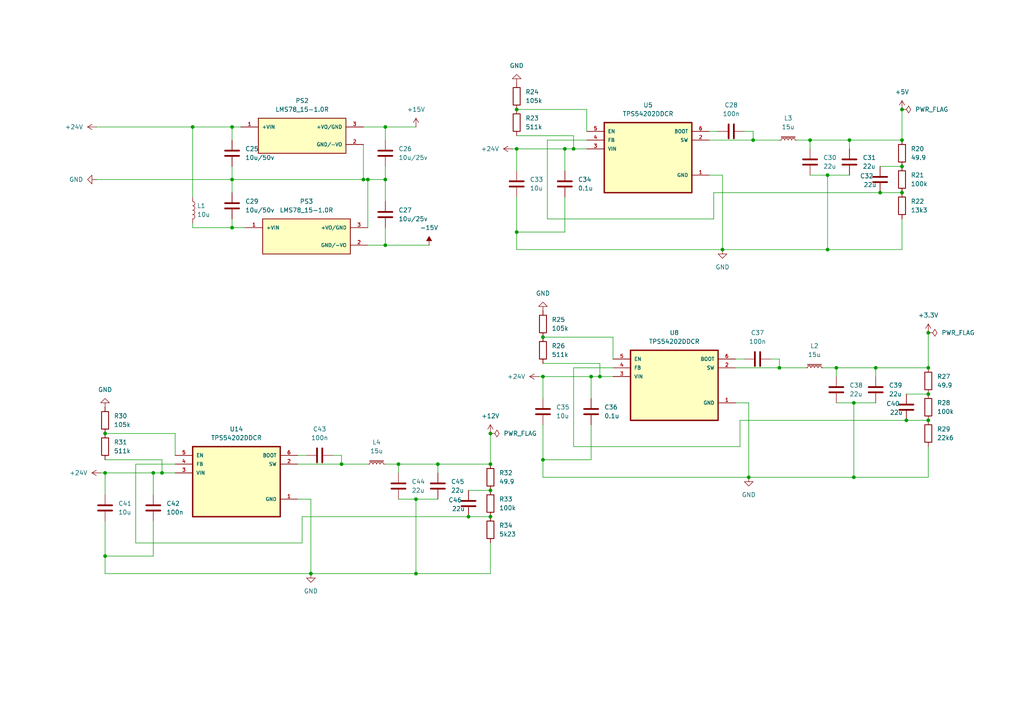
<source format=kicad_sch>
(kicad_sch (version 20250114) (generator "eeschema") (generator_version "9.0")
  (paper "A4")
  (lib_symbols
    (symbol "Device:C" (pin_numbers (hide yes)) (pin_names (offset 0.254))
      (property "Reference" "C" (at 0.635 2.54 0))
      (property "Value" "C" (at 0.635 -2.54 0))
      (symbol "C_0_1"
        (polyline (pts (xy -2.032 0.762) (xy 2.032 0.762)) (stroke (width 0.508)))
        (polyline (pts (xy -2.032 -0.762) (xy 2.032 -0.762)) (stroke (width 0.508)))
      )
      (symbol "C_1_1"
        (pin passive line (at 0 3.81 270) (length 2.794) (name "~") (number "1"))
        (pin passive line (at 0 -3.81 90) (length 2.794) (name "~") (number "2"))
      )
    )
    (symbol "Device:L" (pin_numbers (hide yes)) (pin_names (offset 1.016) (hide yes))
      (property "Reference" "L" (at -1.27 0 90))
      (property "Value" "L" (at 1.905 0 90))
      (symbol "L_0_1"
        (arc (start 0 2.54) (mid 0.6323 1.905) (end 0 1.27))
        (arc (start 0 1.27) (mid 0.6323 0.635) (end 0 0))
        (arc (start 0 0) (mid 0.6323 -0.635) (end 0 -1.27))
        (arc (start 0 -1.27) (mid 0.6323 -1.905) (end 0 -2.54))
      )
      (symbol "L_1_1"
        (pin passive line (at 0 3.81 270) (length 1.27) (name "1") (number "1"))
        (pin passive line (at 0 -3.81 90) (length 1.27) (name "2") (number "2"))
      )
    )
    (symbol "Device:L_Iron_Small" (pin_numbers (hide yes)) (pin_names (offset 0.254) (hide yes))
      (property "Reference" "L" (at 1.27 1.016 0))
      (property "Value" "L_Iron_Small" (at 1.27 -1.27 0))
      (symbol "L_Iron_Small_0_1"
        (arc (start 0 2.032) (mid 0.5058 1.524) (end 0 1.016))
        (arc (start 0 1.016) (mid 0.5058 0.508) (end 0 0))
        (arc (start 0 0) (mid 0.5058 -0.508) (end 0 -1.016))
        (arc (start 0 -1.016) (mid 0.5058 -1.524) (end 0 -2.032))
        (polyline (pts (xy 0.762 2.032) (xy 0.762 -2.032)))
        (polyline (pts (xy 1.016 -2.032) (xy 1.016 2.032)))
      )
      (symbol "L_Iron_Small_1_1"
        (pin passive line (at 0 2.54 270) (length 0.508) (name "~") (number "1"))
        (pin passive line (at 0 -2.54 90) (length 0.508) (name "~") (number "2"))
      )
    )
    (symbol "Device:R" (pin_numbers (hide yes)) (pin_names (offset 0))
      (property "Reference" "R" (at 2.032 0 90))
      (property "Value" "R" (at 0 0 90))
      (symbol "R_0_1"
        (rectangle (start -1.016 -2.54) (end 1.016 2.54) (stroke (width 0.254)))
      )
      (symbol "R_1_1"
        (pin passive line (at 0 3.81 270) (length 1.27) (name "~") (number "1"))
        (pin passive line (at 0 -3.81 90) (length 1.27) (name "~") (number "2"))
      )
    )
    (symbol "LMS78_15-1.0R:LMS78_15-1.0R" (pin_names (offset 1.016))
      (property "Reference" "PS3" (at 0 10.16 0))
      (property "Value" "LMS78_15-1.0R" (at 0 7.62 0))
      (symbol "LMS78_15-1.0R_0_0"
        (rectangle (start -12.7 -5.08) (end 12.7 5.08) (stroke (width 0.254)) (fill (type background)))
        (pin input line (at -17.78 2.54 0) (length 5.08) (name "+VIN") (number "1"))
        (pin power_out line (at 17.78 2.54 180) (length 5.08) (name "+VO/GND") (number "3"))
        (pin passive line (at 17.78 -2.54 180) (length 5.08) (name "GND/-VO") (number "2"))
      )
    )
    (symbol "LMS78_15-1.0R_2" (pin_names (offset 1.016))
      (property "Reference" "PS1" (at 0 10.16 0))
      (property "Value" "LMS78_15-1.0R" (at 0 7.62 0))
      (symbol "LMS78_15-1.0R_2_0_0"
        (rectangle (start -12.7 5.08) (end 12.7 -5.08) (stroke (width 0.254)) (fill (type background)))
        (pin input line (at -17.78 2.54 0) (length 5.08) (name "+VIN") (number "1"))
        (pin passive line (at 17.78 2.54 180) (length 5.08) (name "+VO/GND") (number "3"))
        (pin power_out line (at 17.78 -2.54 180) (length 5.08) (name "GND/-VO") (number "2"))
      )
    )
    (symbol "TPS54202DDCR:TPS54202DDCR" (pin_names (offset 1.016))
      (property "Reference" "U" (at -12.7 11.16 0))
      (property "Value" "TPS54202DDCR" (at -12.7 -14.16 0))
      (symbol "TPS54202DDCR_0_0"
        (rectangle (start -12.7 -10.16) (end 12.7 10.16) (stroke (width 0.41)) (fill (type background)))
        (pin input line (at -17.78 7.62 0) (length 5.08) (name "EN") (number "5"))
        (pin input line (at -17.78 5.08 0) (length 5.08) (name "FB") (number "4"))
        (pin input line (at -17.78 2.54 0) (length 5.08) (name "VIN") (number "3"))
        (pin output line (at 17.78 7.62 180) (length 5.08) (name "BOOT") (number "6"))
        (pin output line (at 17.78 5.08 180) (length 5.08) (name "SW") (number "2"))
        (pin power_in line (at 17.78 -5.08 180) (length 5.08) (name "GND") (number "1"))
      )
    )
    (symbol "power:+12V" (power) (pin_numbers (hide yes)) (pin_names (offset 0) (hide yes))
      (property "Value" "+12V" (at 0 3.556 0))
      (symbol "+12V_0_1"
        (polyline (pts (xy -0.762 1.27) (xy 0 2.54)))
        (polyline (pts (xy 0 2.54) (xy 0.762 1.27)))
        (polyline (pts (xy 0 0) (xy 0 2.54)))
      )
      (symbol "+12V_1_1"
        (pin power_in line (at 0 0 90) (length 0) (name "~") (number "1"))
      )
    )
    (symbol "power:+15V" (power) (pin_numbers (hide yes)) (pin_names (offset 0) (hide yes))
      (property "Value" "+15V" (at 0 3.556 0))
      (symbol "+15V_0_1"
        (polyline (pts (xy -0.762 1.27) (xy 0 2.54)))
        (polyline (pts (xy 0 2.54) (xy 0.762 1.27)))
        (polyline (pts (xy 0 0) (xy 0 2.54)))
      )
      (symbol "+15V_1_1"
        (pin power_in line (at 0 0 90) (length 0) (name "~") (number "1"))
      )
    )
    (symbol "power:+24V" (power) (pin_numbers (hide yes)) (pin_names (offset 0) (hide yes))
      (property "Value" "+24V" (at 0 3.556 0))
      (symbol "+24V_0_1"
        (polyline (pts (xy -0.762 1.27) (xy 0 2.54)))
        (polyline (pts (xy 0 2.54) (xy 0.762 1.27)))
        (polyline (pts (xy 0 0) (xy 0 2.54)))
      )
      (symbol "+24V_1_1"
        (pin power_in line (at 0 0 90) (length 0) (name "~") (number "1"))
      )
    )
    (symbol "power:+3.3V" (power) (pin_numbers (hide yes)) (pin_names (offset 0) (hide yes))
      (property "Value" "+3.3V" (at 0 3.556 0))
      (symbol "+3.3V_0_1"
        (polyline (pts (xy -0.762 1.27) (xy 0 2.54)))
        (polyline (pts (xy 0 2.54) (xy 0.762 1.27)))
        (polyline (pts (xy 0 0) (xy 0 2.54)))
      )
      (symbol "+3.3V_1_1"
        (pin power_in line (at 0 0 90) (length 0) (name "~") (number "1"))
      )
    )
    (symbol "power:+5V" (power) (pin_numbers (hide yes)) (pin_names (offset 0) (hide yes))
      (property "Value" "+5V" (at 0 3.556 0))
      (symbol "+5V_0_1"
        (polyline (pts (xy -0.762 1.27) (xy 0 2.54)))
        (polyline (pts (xy 0 2.54) (xy 0.762 1.27)))
        (polyline (pts (xy 0 0) (xy 0 2.54)))
      )
      (symbol "+5V_1_1"
        (pin power_in line (at 0 0 90) (length 0) (name "~") (number "1"))
      )
    )
    (symbol "power:-15V" (power) (pin_numbers (hide yes)) (pin_names (offset 0) (hide yes))
      (property "Value" "-15V" (at 0 3.556 0))
      (symbol "-15V_0_0"
        (pin power_in line (at 0 0 90) (length 0) (name "~") (number "1"))
      )
      (symbol "-15V_0_1"
        (polyline (pts (xy 0 0) (xy 0 1.27) (xy 0.762 1.27) (xy 0 2.54) (xy -0.762 1.27) (xy 0 1.27)) (fill (type outline)))
      )
    )
    (symbol "power:GND" (power) (pin_numbers (hide yes)) (pin_names (offset 0) (hide yes))
      (property "Value" "GND" (at 0 -3.81 0))
      (symbol "GND_0_1"
        (polyline (pts (xy 0 0) (xy 0 -1.27) (xy 1.27 -1.27) (xy 0 -2.54) (xy -1.27 -1.27) (xy 0 -1.27)))
      )
      (symbol "GND_1_1"
        (pin power_in line (at 0 0 270) (length 0) (name "~") (number "1"))
      )
    )
    (symbol "power:PWR_FLAG" (power) (pin_numbers (hide yes)) (pin_names (offset 0) (hide yes))
      (property "Value" "PWR_FLAG" (at 0 3.81 0))
      (symbol "PWR_FLAG_0_0"
        (pin power_out line (at 0 0 90) (length 0) (name "~") (number "1"))
      )
      (symbol "PWR_FLAG_0_1"
        (polyline (pts (xy 0 0) (xy 0 1.27) (xy -1.016 1.905) (xy 0 2.54) (xy 1.016 1.905) (xy 0 1.27)))
      )
    )
  )
  (junction (at 261.62 31.75))
  (junction (at 44.45 137.16))
  (junction (at 218.44 40.64))
  (junction (at 149.86 43.18))
  (junction (at 106.68 52.07))
  (junction (at 30.48 125.73))
  (junction (at 30.48 161.29))
  (junction (at 111.76 71.12))
  (junction (at 269.24 121.92))
  (junction (at 67.31 66.04))
  (junction (at 157.48 109.22))
  (junction (at 166.37 43.18))
  (junction (at 269.24 96.52))
  (junction (at 90.17 166.37))
  (junction (at 171.45 109.22))
  (junction (at 261.62 55.88))
  (junction (at 149.86 31.75))
  (junction (at 111.76 36.83))
  (junction (at 115.57 134.62))
  (junction (at 255.27 55.88))
  (junction (at 261.62 48.26))
  (junction (at 67.31 36.83))
  (junction (at 105.41 52.07))
  (junction (at 209.55 72.39))
  (junction (at 226.06 106.68))
  (junction (at 262.89 121.92))
  (junction (at 157.48 97.79))
  (junction (at 149.86 67.31))
  (junction (at 163.83 43.18))
  (junction (at 240.03 50.8))
  (junction (at 173.99 109.22))
  (junction (at 247.65 138.43))
  (junction (at 120.65 166.37))
  (junction (at 217.17 138.43))
  (junction (at 269.24 106.68))
  (junction (at 46.99 137.16))
  (junction (at 142.24 149.86))
  (junction (at 142.24 134.62))
  (junction (at 111.76 52.07))
  (junction (at 55.88 36.83))
  (junction (at 99.06 134.62))
  (junction (at 30.48 137.16))
  (junction (at 247.65 116.84))
  (junction (at 240.03 72.39))
  (junction (at 67.31 52.07))
  (junction (at 142.24 142.24))
  (junction (at 127 134.62))
  (junction (at 261.62 40.64))
  (junction (at 254 106.68))
  (junction (at 242.57 106.68))
  (junction (at 120.65 144.78))
  (junction (at 157.48 133.35))
  (junction (at 135.89 149.86))
  (junction (at 246.38 40.64))
  (junction (at 269.24 114.3))
  (junction (at 142.24 125.73))
  (junction (at 234.95 40.64))
  (wire (pts (xy 115.57 134.62) (xy 115.57 137.16)))
  (wire (pts (xy 238.76 106.68) (xy 242.57 106.68)))
  (wire (pts (xy 127 134.62) (xy 142.24 134.62)))
  (wire (pts (xy 177.8 104.14) (xy 177.8 97.79)))
  (wire (pts (xy 30.48 161.29) (xy 30.48 166.37)))
  (wire (pts (xy 111.76 36.83) (xy 111.76 40.64)))
  (wire (pts (xy 254 106.68) (xy 269.24 106.68)))
  (wire (pts (xy 209.55 50.8) (xy 209.55 72.39)))
  (wire (pts (xy 111.76 48.26) (xy 111.76 52.07)))
  (wire (pts (xy 90.17 166.37) (xy 120.65 166.37)))
  (wire (pts (xy 142.24 125.73) (xy 142.24 134.62)))
  (wire (pts (xy 111.76 52.07) (xy 111.76 58.42)))
  (wire (pts (xy 67.31 52.07) (xy 67.31 55.88)))
  (wire (pts (xy 157.48 133.35) (xy 171.45 133.35)))
  (wire (pts (xy 177.8 106.68) (xy 166.37 106.68)))
  (wire (pts (xy 27.94 52.07) (xy 67.31 52.07)))
  (wire (pts (xy 111.76 66.04) (xy 111.76 71.12)))
  (wire (pts (xy 214.63 129.54) (xy 214.63 121.92)))
  (wire (pts (xy 163.83 57.15) (xy 163.83 67.31)))
  (wire (pts (xy 269.24 138.43) (xy 269.24 129.54)))
  (wire (pts (xy 247.65 116.84) (xy 247.65 138.43)))
  (wire (pts (xy 67.31 66.04) (xy 71.12 66.04)))
  (wire (pts (xy 99.06 132.08) (xy 99.06 134.62)))
  (wire (pts (xy 262.89 114.3) (xy 269.24 114.3)))
  (wire (pts (xy 157.48 105.41) (xy 173.99 105.41)))
  (wire (pts (xy 215.9 38.1) (xy 218.44 38.1)))
  (wire (pts (xy 39.37 157.48) (xy 87.63 157.48)))
  (wire (pts (xy 87.63 149.86) (xy 135.89 149.86)))
  (wire (pts (xy 39.37 134.62) (xy 39.37 157.48)))
  (wire (pts (xy 149.86 57.15) (xy 149.86 67.31)))
  (wire (pts (xy 226.06 106.68) (xy 233.68 106.68)))
  (wire (pts (xy 205.74 50.8) (xy 209.55 50.8)))
  (wire (pts (xy 242.57 106.68) (xy 242.57 109.22)))
  (wire (pts (xy 213.36 116.84) (xy 217.17 116.84)))
  (wire (pts (xy 207.01 55.88) (xy 255.27 55.88)))
  (wire (pts (xy 111.76 36.83) (xy 120.65 36.83)))
  (wire (pts (xy 217.17 138.43) (xy 247.65 138.43)))
  (wire (pts (xy 106.68 71.12) (xy 111.76 71.12)))
  (wire (pts (xy 50.8 132.08) (xy 50.8 125.73)))
  (wire (pts (xy 27.94 36.83) (xy 55.88 36.83)))
  (wire (pts (xy 205.74 40.64) (xy 218.44 40.64)))
  (wire (pts (xy 255.27 55.88) (xy 261.62 55.88)))
  (wire (pts (xy 30.48 166.37) (xy 90.17 166.37)))
  (wire (pts (xy 55.88 66.04) (xy 67.31 66.04)))
  (wire (pts (xy 149.86 43.18) (xy 149.86 49.53)))
  (wire (pts (xy 44.45 137.16) (xy 46.99 137.16)))
  (wire (pts (xy 111.76 134.62) (xy 115.57 134.62)))
  (wire (pts (xy 218.44 38.1) (xy 218.44 40.64)))
  (wire (pts (xy 99.06 134.62) (xy 106.68 134.62)))
  (wire (pts (xy 135.89 149.86) (xy 142.24 149.86)))
  (wire (pts (xy 158.75 63.5) (xy 207.01 63.5)))
  (wire (pts (xy 231.14 40.64) (xy 234.95 40.64)))
  (wire (pts (xy 163.83 43.18) (xy 166.37 43.18)))
  (wire (pts (xy 156.21 109.22) (xy 157.48 109.22)))
  (wire (pts (xy 166.37 129.54) (xy 214.63 129.54)))
  (wire (pts (xy 149.86 72.39) (xy 209.55 72.39)))
  (wire (pts (xy 30.48 137.16) (xy 30.48 143.51)))
  (wire (pts (xy 247.65 138.43) (xy 269.24 138.43)))
  (wire (pts (xy 120.65 144.78) (xy 127 144.78)))
  (wire (pts (xy 127 134.62) (xy 115.57 134.62)))
  (wire (pts (xy 105.41 52.07) (xy 106.68 52.07)))
  (wire (pts (xy 135.89 142.24) (xy 142.24 142.24)))
  (wire (pts (xy 166.37 43.18) (xy 170.18 43.18)))
  (wire (pts (xy 213.36 104.14) (xy 215.9 104.14)))
  (wire (pts (xy 149.86 43.18) (xy 163.83 43.18)))
  (wire (pts (xy 246.38 40.64) (xy 261.62 40.64)))
  (wire (pts (xy 157.48 109.22) (xy 171.45 109.22)))
  (wire (pts (xy 127 137.16) (xy 127 134.62)))
  (wire (pts (xy 30.48 151.13) (xy 30.48 161.29)))
  (wire (pts (xy 115.57 144.78) (xy 120.65 144.78)))
  (wire (pts (xy 50.8 125.73) (xy 30.48 125.73)))
  (wire (pts (xy 234.95 40.64) (xy 234.95 43.18)))
  (wire (pts (xy 90.17 144.78) (xy 90.17 166.37)))
  (wire (pts (xy 213.36 106.68) (xy 226.06 106.68)))
  (wire (pts (xy 67.31 36.83) (xy 69.85 36.83)))
  (wire (pts (xy 240.03 72.39) (xy 261.62 72.39)))
  (wire (pts (xy 149.86 39.37) (xy 166.37 39.37)))
  (wire (pts (xy 142.24 166.37) (xy 142.24 157.48)))
  (wire (pts (xy 262.89 121.92) (xy 269.24 121.92)))
  (wire (pts (xy 55.88 36.83) (xy 67.31 36.83)))
  (wire (pts (xy 218.44 40.64) (xy 226.06 40.64)))
  (wire (pts (xy 44.45 151.13) (xy 44.45 161.29)))
  (wire (pts (xy 157.48 123.19) (xy 157.48 133.35)))
  (wire (pts (xy 166.37 43.18) (xy 166.37 39.37)))
  (wire (pts (xy 67.31 48.26) (xy 67.31 52.07)))
  (wire (pts (xy 29.21 137.16) (xy 30.48 137.16)))
  (wire (pts (xy 234.95 50.8) (xy 240.03 50.8)))
  (wire (pts (xy 240.03 50.8) (xy 240.03 72.39)))
  (wire (pts (xy 30.48 137.16) (xy 44.45 137.16)))
  (wire (pts (xy 209.55 72.39) (xy 240.03 72.39)))
  (wire (pts (xy 105.41 36.83) (xy 111.76 36.83)))
  (wire (pts (xy 226.06 104.14) (xy 226.06 106.68)))
  (wire (pts (xy 50.8 134.62) (xy 39.37 134.62)))
  (wire (pts (xy 171.45 109.22) (xy 171.45 115.57)))
  (wire (pts (xy 158.75 40.64) (xy 158.75 63.5)))
  (wire (pts (xy 67.31 36.83) (xy 67.31 40.64)))
  (wire (pts (xy 177.8 97.79) (xy 157.48 97.79)))
  (wire (pts (xy 149.86 67.31) (xy 163.83 67.31)))
  (wire (pts (xy 166.37 106.68) (xy 166.37 129.54)))
  (wire (pts (xy 148.59 43.18) (xy 149.86 43.18)))
  (wire (pts (xy 106.68 52.07) (xy 111.76 52.07)))
  (wire (pts (xy 217.17 116.84) (xy 217.17 138.43)))
  (wire (pts (xy 173.99 109.22) (xy 177.8 109.22)))
  (wire (pts (xy 255.27 48.26) (xy 261.62 48.26)))
  (wire (pts (xy 246.38 40.64) (xy 234.95 40.64)))
  (wire (pts (xy 223.52 104.14) (xy 226.06 104.14)))
  (wire (pts (xy 120.65 166.37) (xy 142.24 166.37)))
  (wire (pts (xy 105.41 41.91) (xy 105.41 52.07)))
  (wire (pts (xy 87.63 157.48) (xy 87.63 149.86)))
  (wire (pts (xy 207.01 63.5) (xy 207.01 55.88)))
  (wire (pts (xy 170.18 31.75) (xy 149.86 31.75)))
  (wire (pts (xy 246.38 43.18) (xy 246.38 40.64)))
  (wire (pts (xy 170.18 40.64) (xy 158.75 40.64)))
  (wire (pts (xy 247.65 116.84) (xy 254 116.84)))
  (wire (pts (xy 157.48 109.22) (xy 157.48 115.57)))
  (wire (pts (xy 120.65 144.78) (xy 120.65 166.37)))
  (wire (pts (xy 261.62 72.39) (xy 261.62 63.5)))
  (wire (pts (xy 55.88 66.04) (xy 55.88 64.77)))
  (wire (pts (xy 86.36 132.08) (xy 88.9 132.08)))
  (wire (pts (xy 157.48 138.43) (xy 217.17 138.43)))
  (wire (pts (xy 214.63 121.92) (xy 262.89 121.92)))
  (wire (pts (xy 67.31 63.5) (xy 67.31 66.04)))
  (wire (pts (xy 173.99 109.22) (xy 173.99 105.41)))
  (wire (pts (xy 46.99 137.16) (xy 50.8 137.16)))
  (wire (pts (xy 261.62 31.75) (xy 261.62 40.64)))
  (wire (pts (xy 55.88 36.83) (xy 55.88 57.15)))
  (wire (pts (xy 86.36 134.62) (xy 99.06 134.62)))
  (wire (pts (xy 171.45 109.22) (xy 173.99 109.22)))
  (wire (pts (xy 149.86 67.31) (xy 149.86 72.39)))
  (wire (pts (xy 242.57 116.84) (xy 247.65 116.84)))
  (wire (pts (xy 67.31 52.07) (xy 105.41 52.07)))
  (wire (pts (xy 106.68 52.07) (xy 106.68 66.04)))
  (wire (pts (xy 170.18 38.1) (xy 170.18 31.75)))
  (wire (pts (xy 254 106.68) (xy 242.57 106.68)))
  (wire (pts (xy 205.74 38.1) (xy 208.28 38.1)))
  (wire (pts (xy 111.76 71.12) (xy 124.46 71.12)))
  (wire (pts (xy 46.99 137.16) (xy 46.99 133.35)))
  (wire (pts (xy 269.24 96.52) (xy 269.24 106.68)))
  (wire (pts (xy 86.36 144.78) (xy 90.17 144.78)))
  (wire (pts (xy 30.48 133.35) (xy 46.99 133.35)))
  (wire (pts (xy 171.45 123.19) (xy 171.45 133.35)))
  (wire (pts (xy 240.03 50.8) (xy 246.38 50.8)))
  (wire (pts (xy 157.48 133.35) (xy 157.48 138.43)))
  (wire (pts (xy 44.45 137.16) (xy 44.45 143.51)))
  (wire (pts (xy 163.83 43.18) (xy 163.83 49.53)))
  (wire (pts (xy 30.48 161.29) (xy 44.45 161.29)))
  (wire (pts (xy 254 109.22) (xy 254 106.68)))
  (wire (pts (xy 96.52 132.08) (xy 99.06 132.08)))
  (symbol (lib_id "power:PWR_FLAG") (at 142.24 125.73 270) (unit 1)
    (property "Reference" "#FLG02" (effects (hide yes)))
    (property "Value" "PWR_FLAG" (at 146.05 125.7299 90) (effects (justify left)))
    (property "Description" "Special symbol for telling ERC where power comes from" (effects (hide yes)))
  )
  (symbol (lib_id "Device:R") (at 142.24 153.67 0) (unit 1)
    (property "Reference" "R34" (at 144.78 152.3999 0) (effects (justify left)))
    (property "Value" "5k23" (at 144.78 154.9399 0) (effects (justify left)))
    (property "Footprint" "Resistor_SMD:R_0805_2012Metric_Pad1.20x1.40mm_HandSolder" (effects (hide yes)))
    (property "Description" "Resistor" (effects (hide yes)))
  )
  (symbol (lib_id "power:+15V") (at 120.65 36.83 0) (unit 1)
    (property "Reference" "#PWR045" (effects (hide yes)))
    (property "Value" "+15V" (at 120.65 31.75 0))
    (property "Description" "Power symbol creates a global label with name \"+15V\"" (effects (hide yes)))
  )
  (symbol (lib_id "power:+3.3V") (at 269.24 96.52 0) (unit 1)
    (property "Reference" "#PWR054" (effects (hide yes)))
    (property "Value" "+3.3V" (at 269.24 91.44 0))
    (property "Description" "Power symbol creates a global label with name \"+3.3V\"" (effects (hide yes)))
  )
  (symbol (lib_id "Device:L") (at 55.88 60.96 0) (unit 1)
    (property "Reference" "L1" (at 57.15 59.6899 0) (effects (justify left)))
    (property "Value" "10u" (at 57.15 62.2299 0) (effects (justify left)))
    (property "Footprint" "Inductor_SMD:L_1210_3225Metric_Pad1.42x2.65mm_HandSolder" (effects (hide yes)))
    (property "Description" "Inductor" (effects (hide yes)))
  )
  (symbol (lib_id "Device:C") (at 149.86 53.34 0) (unit 1)
    (property "Reference" "C33" (at 153.67 52.0699 0) (effects (justify left)))
    (property "Value" "10u" (at 153.67 54.6099 0) (effects (justify left)))
    (property "Footprint" "Capacitor_SMD:C_1206_3216Metric_Pad1.33x1.80mm_HandSolder" (effects (hide yes)))
    (property "Description" "Unpolarized capacitor" (effects (hide yes)))
  )
  (symbol (lib_id "Device:C") (at 246.38 46.99 0) (unit 1)
    (property "Reference" "C31" (at 250.19 45.7199 0) (effects (justify left)))
    (property "Value" "22u" (at 250.19 48.2599 0) (effects (justify left)))
    (property "Footprint" "Capacitor_SMD:C_1210_3225Metric_Pad1.33x2.70mm_HandSolder" (effects (hide yes)))
    (property "Description" "Unpolarized capacitor" (effects (hide yes)))
  )
  (symbol (lib_id "power:+24V") (at 156.21 109.22 90) (unit 1)
    (property "Reference" "#PWR051" (effects (hide yes)))
    (property "Value" "+24V" (at 152.4 109.2199 90) (effects (justify left)))
    (property "Description" "Power symbol creates a global label with name \"+24V\"" (effects (hide yes)))
  )
  (symbol (lib_id "power:GND") (at 27.94 52.07 270) (unit 1)
    (property "Reference" "#PWR040" (effects (hide yes)))
    (property "Value" "GND" (at 24.13 52.0699 90) (effects (justify right)))
    (property "Description" "Power symbol creates a global label with name \"GND\" , ground" (effects (hide yes)))
  )
  (symbol (lib_id "Device:R") (at 261.62 52.07 0) (unit 1)
    (property "Reference" "R21" (at 264.16 50.7999 0) (effects (justify left)))
    (property "Value" "100k" (at 264.16 53.3399 0) (effects (justify left)))
    (property "Footprint" "Resistor_SMD:R_0805_2012Metric_Pad1.20x1.40mm_HandSolder" (effects (hide yes)))
    (property "Description" "Resistor" (effects (hide yes)))
  )
  (symbol (lib_id "Device:C") (at 234.95 46.99 0) (unit 1)
    (property "Reference" "C30" (at 238.76 45.7199 0) (effects (justify left)))
    (property "Value" "22u" (at 238.76 48.2599 0) (effects (justify left)))
    (property "Footprint" "Capacitor_SMD:C_1210_3225Metric_Pad1.33x2.70mm_HandSolder" (effects (hide yes)))
    (property "Description" "Unpolarized capacitor" (effects (hide yes)))
  )
  (symbol (lib_id "power:+24V") (at 27.94 36.83 90) (unit 1)
    (property "Reference" "#PWR042" (effects (hide yes)))
    (property "Value" "+24V" (at 24.13 36.8299 90) (effects (justify left)))
    (property "Description" "Power symbol creates a global label with name \"+24V\"" (effects (hide yes)))
  )
  (symbol (lib_id "Device:R") (at 157.48 93.98 0) (unit 1)
    (property "Reference" "R25" (at 160.02 92.7099 0) (effects (justify left)))
    (property "Value" "105k" (at 160.02 95.2499 0) (effects (justify left)))
    (property "Footprint" "Resistor_SMD:R_0805_2012Metric_Pad1.20x1.40mm_HandSolder" (effects (hide yes)))
    (property "Description" "Resistor" (effects (hide yes)))
  )
  (symbol (lib_id "Device:R") (at 30.48 121.92 0) (unit 1)
    (property "Reference" "R30" (at 33.02 120.6499 0) (effects (justify left)))
    (property "Value" "105k" (at 33.02 123.1899 0) (effects (justify left)))
    (property "Footprint" "Resistor_SMD:R_0805_2012Metric_Pad1.20x1.40mm_HandSolder" (effects (hide yes)))
    (property "Description" "Resistor" (effects (hide yes)))
  )
  (symbol (lib_id "power:+12V") (at 142.24 125.73 0) (unit 1)
    (property "Reference" "#PWR043" (effects (hide yes)))
    (property "Value" "+12V" (at 142.24 120.65 0))
    (property "Description" "Power symbol creates a global label with name \"+12V\"" (effects (hide yes)))
  )
  (symbol (lib_id "Device:C") (at 212.09 38.1 90) (unit 1)
    (property "Reference" "C28" (at 212.09 30.48 90))
    (property "Value" "100n" (at 212.09 33.02 90))
    (property "Footprint" "Capacitor_SMD:C_0805_2012Metric_Pad1.18x1.45mm_HandSolder" (effects (hide yes)))
    (property "Description" "Unpolarized capacitor" (effects (hide yes)))
  )
  (symbol (lib_id "Device:R") (at 142.24 138.43 0) (unit 1)
    (property "Reference" "R32" (at 144.78 137.1599 0) (effects (justify left)))
    (property "Value" "49.9" (at 144.78 139.6999 0) (effects (justify left)))
    (property "Footprint" "Resistor_SMD:R_0805_2012Metric_Pad1.20x1.40mm_HandSolder" (effects (hide yes)))
    (property "Description" "Resistor" (effects (hide yes)))
  )
  (symbol (lib_id "power:PWR_FLAG") (at 269.24 96.52 270) (unit 1)
    (property "Reference" "#FLG03" (effects (hide yes)))
    (property "Value" "PWR_FLAG" (at 273.05 96.5199 90) (effects (justify left)))
    (property "Description" "Special symbol for telling ERC where power comes from" (effects (hide yes)))
  )
  (symbol (lib_id "Device:R") (at 30.48 129.54 0) (unit 1)
    (property "Reference" "R31" (at 33.02 128.2699 0) (effects (justify left)))
    (property "Value" "511k" (at 33.02 130.8099 0) (effects (justify left)))
    (property "Footprint" "Resistor_SMD:R_0805_2012Metric_Pad1.20x1.40mm_HandSolder" (effects (hide yes)))
    (property "Description" "Resistor" (effects (hide yes)))
  )
  (symbol (lib_id "TPS54202DDCR:TPS54202DDCR") (at 68.58 139.7 0) (unit 1)
    (property "Reference" "U14" (at 68.58 124.46 0))
    (property "Value" "TPS54202DDCR" (at 68.58 127 0))
    (property "Footprint" "TPS54202DDCR:SOT95P280X110-6N" (effects (hide yes)))
  )
  (symbol (lib_id "LMS78_15-1.0R:LMS78_15-1.0R") (at 87.63 39.37 0) (unit 1)
    (property "Reference" "PS2" (at 87.63 29.21 0))
    (property "Value" "LMS78_15-1.0R" (at 87.63 31.75 0))
    (property "Footprint" "LMS78_15-1.0R:CONV_LMS78_15-1.0R" (effects (hide yes)))
    (property "PARTREV" "2023-1.3" (effects (hide yes)))
    (property "MANUFACTURER" "Gaptec" (effects (hide yes)))
    (property "MAXIMUM_PACKAGE_HEIGHT" "17.75mm" (effects (hide yes)))
    (property "STANDARD" "Manufacturer Recommendations" (effects (hide yes)))
  )
  (symbol (lib_id "Device:C") (at 255.27 52.07 0) (unit 1)
    (property "Reference" "C32" (at 249.428 51.054 0) (effects (justify left)))
    (property "Value" "22u" (at 250.444 53.594 0) (effects (justify left)))
    (property "Footprint" "Capacitor_SMD:C_1210_3225Metric_Pad1.33x2.70mm_HandSolder" (effects (hide yes)))
    (property "Description" "Unpolarized capacitor" (effects (hide yes)))
  )
  (symbol (lib_id "power:+5V") (at 261.62 31.75 0) (unit 1)
    (property "Reference" "#PWR050" (effects (hide yes)))
    (property "Value" "+5V" (at 261.62 26.67 0))
    (property "Description" "Power symbol creates a global label with name \"+5V\"" (effects (hide yes)))
  )
  (symbol (lib_id "Device:R") (at 261.62 44.45 0) (unit 1)
    (property "Reference" "R20" (at 264.16 43.1799 0) (effects (justify left)))
    (property "Value" "49.9" (at 264.16 45.7199 0) (effects (justify left)))
    (property "Footprint" "Resistor_SMD:R_0805_2012Metric_Pad1.20x1.40mm_HandSolder" (effects (hide yes)))
    (property "Description" "Resistor" (effects (hide yes)))
  )
  (symbol (lib_id "Device:L_Iron_Small") (at 228.6 40.64 90) (unit 1)
    (property "Reference" "L3" (at 228.6 34.29 90))
    (property "Value" "15u" (at 228.6 36.83 90))
    (property "Footprint" "Inductor_SMD:L_1210_3225Metric_Pad1.42x2.65mm_HandSolder" (effects (hide yes)))
    (property "Description" "Inductor with iron core, small symbol" (effects (hide yes)))
  )
  (symbol (lib_id "TPS54202DDCR:TPS54202DDCR") (at 195.58 111.76 0) (unit 1)
    (property "Reference" "U8" (at 195.58 96.52 0))
    (property "Value" "TPS54202DDCR" (at 195.58 99.06 0))
    (property "Footprint" "TPS54202DDCR:SOT95P280X110-6N" (effects (hide yes)))
  )
  (symbol (lib_id "Device:C") (at 92.71 132.08 90) (unit 1)
    (property "Reference" "C43" (at 92.71 124.46 90))
    (property "Value" "100n" (at 92.71 127 90))
    (property "Footprint" "Capacitor_SMD:C_0805_2012Metric_Pad1.18x1.45mm_HandSolder" (effects (hide yes)))
    (property "Description" "Unpolarized capacitor" (effects (hide yes)))
  )
  (symbol (lib_id "power:GND") (at 30.48 118.11 180) (unit 1)
    (property "Reference" "#PWR056" (effects (hide yes)))
    (property "Value" "GND" (at 30.48 113.03 0))
    (property "Description" "Power symbol creates a global label with name \"GND\" , ground" (effects (hide yes)))
  )
  (symbol (lib_id "Device:R") (at 269.24 110.49 0) (unit 1)
    (property "Reference" "R27" (at 271.78 109.2199 0) (effects (justify left)))
    (property "Value" "49.9" (at 271.78 111.7599 0) (effects (justify left)))
    (property "Footprint" "Resistor_SMD:R_0805_2012Metric_Pad1.20x1.40mm_HandSolder" (effects (hide yes)))
    (property "Description" "Resistor" (effects (hide yes)))
  )
  (symbol (lib_id "power:GND") (at 157.48 90.17 180) (unit 1)
    (property "Reference" "#PWR052" (effects (hide yes)))
    (property "Value" "GND" (at 157.48 85.09 0))
    (property "Description" "Power symbol creates a global label with name \"GND\" , ground" (effects (hide yes)))
  )
  (symbol (lib_id "Device:C") (at 67.31 59.69 0) (unit 1)
    (property "Reference" "C29" (at 71.12 58.4199 0) (effects (justify left)))
    (property "Value" "10u/50v" (at 71.12 60.9599 0) (effects (justify left)))
    (property "Footprint" "Capacitor_SMD:C_1210_3225Metric_Pad1.33x2.70mm_HandSolder" (effects (hide yes)))
    (property "Description" "Unpolarized capacitor" (effects (hide yes)))
  )
  (symbol (lib_id "Device:C") (at 157.48 119.38 0) (unit 1)
    (property "Reference" "C35" (at 161.29 118.1099 0) (effects (justify left)))
    (property "Value" "10u" (at 161.29 120.6499 0) (effects (justify left)))
    (property "Footprint" "Capacitor_SMD:C_1206_3216Metric_Pad1.33x1.80mm_HandSolder" (effects (hide yes)))
    (property "Description" "Unpolarized capacitor" (effects (hide yes)))
  )
  (symbol (lib_id "Device:C") (at 135.89 146.05 0) (unit 1)
    (property "Reference" "C46" (at 130.048 145.034 0) (effects (justify left)))
    (property "Value" "22u" (at 131.064 147.574 0) (effects (justify left)))
    (property "Footprint" "Capacitor_SMD:C_1210_3225Metric_Pad1.33x2.70mm_HandSolder" (effects (hide yes)))
    (property "Description" "Unpolarized capacitor" (effects (hide yes)))
  )
  (symbol (lib_id "power:PWR_FLAG") (at 261.62 31.75 270) (unit 1)
    (property "Reference" "#FLG04" (effects (hide yes)))
    (property "Value" "PWR_FLAG" (at 265.43 31.7499 90) (effects (justify left)))
    (property "Description" "Special symbol for telling ERC where power comes from" (effects (hide yes)))
  )
  (symbol (lib_id "power:GND") (at 217.17 138.43 0) (unit 1)
    (property "Reference" "#PWR053" (effects (hide yes)))
    (property "Value" "GND" (at 217.17 143.51 0))
    (property "Description" "Power symbol creates a global label with name \"GND\" , ground" (effects (hide yes)))
  )
  (symbol (lib_id "power:GND") (at 209.55 72.39 0) (unit 1)
    (property "Reference" "#PWR049" (effects (hide yes)))
    (property "Value" "GND" (at 209.55 77.47 0))
    (property "Description" "Power symbol creates a global label with name \"GND\" , ground" (effects (hide yes)))
  )
  (symbol (lib_id "Device:R") (at 149.86 27.94 0) (unit 1)
    (property "Reference" "R24" (at 152.4 26.6699 0) (effects (justify left)))
    (property "Value" "105k" (at 152.4 29.2099 0) (effects (justify left)))
    (property "Footprint" "Resistor_SMD:R_0805_2012Metric_Pad1.20x1.40mm_HandSolder" (effects (hide yes)))
    (property "Description" "Resistor" (effects (hide yes)))
  )
  (symbol (lib_id "Device:R") (at 269.24 125.73 0) (unit 1)
    (property "Reference" "R29" (at 271.78 124.4599 0) (effects (justify left)))
    (property "Value" "22k6" (at 271.78 126.9999 0) (effects (justify left)))
    (property "Footprint" "Resistor_SMD:R_0805_2012Metric_Pad1.20x1.40mm_HandSolder" (effects (hide yes)))
    (property "Description" "Resistor" (effects (hide yes)))
  )
  (symbol (lib_id "Device:L_Iron_Small") (at 236.22 106.68 90) (unit 1)
    (property "Reference" "L2" (at 236.22 100.33 90))
    (property "Value" "15u" (at 236.22 102.87 90))
    (property "Footprint" "Inductor_SMD:L_1210_3225Metric_Pad1.42x2.65mm_HandSolder" (effects (hide yes)))
    (property "Description" "Inductor with iron core, small symbol" (effects (hide yes)))
  )
  (symbol (lib_id "Device:C") (at 171.45 119.38 0) (unit 1)
    (property "Reference" "C36" (at 175.26 118.1099 0) (effects (justify left)))
    (property "Value" "0.1u" (at 175.26 120.6499 0) (effects (justify left)))
    (property "Footprint" "Capacitor_SMD:C_0805_2012Metric_Pad1.18x1.45mm_HandSolder" (effects (hide yes)))
    (property "Description" "Unpolarized capacitor" (effects (hide yes)))
  )
  (symbol (lib_id "Device:C") (at 254 113.03 0) (unit 1)
    (property "Reference" "C39" (at 257.81 111.7599 0) (effects (justify left)))
    (property "Value" "22u" (at 257.81 114.2999 0) (effects (justify left)))
    (property "Footprint" "Capacitor_SMD:C_1210_3225Metric_Pad1.33x2.70mm_HandSolder" (effects (hide yes)))
    (property "Description" "Unpolarized capacitor" (effects (hide yes)))
  )
  (symbol (lib_id "Device:C") (at 127 140.97 0) (unit 1)
    (property "Reference" "C45" (at 130.81 139.6999 0) (effects (justify left)))
    (property "Value" "22u" (at 130.81 142.2399 0) (effects (justify left)))
    (property "Footprint" "Capacitor_SMD:C_1210_3225Metric_Pad1.33x2.70mm_HandSolder" (effects (hide yes)))
    (property "Description" "Unpolarized capacitor" (effects (hide yes)))
  )
  (symbol (lib_id "Device:C") (at 242.57 113.03 0) (unit 1)
    (property "Reference" "C38" (at 246.38 111.7599 0) (effects (justify left)))
    (property "Value" "22u" (at 246.38 114.2999 0) (effects (justify left)))
    (property "Footprint" "Capacitor_SMD:C_1210_3225Metric_Pad1.33x2.70mm_HandSolder" (effects (hide yes)))
    (property "Description" "Unpolarized capacitor" (effects (hide yes)))
  )
  (symbol (lib_id "Device:C") (at 111.76 44.45 0) (unit 1)
    (property "Reference" "C26" (at 115.57 43.1799 0) (effects (justify left)))
    (property "Value" "10u/25v" (at 115.57 45.7199 0) (effects (justify left)))
    (property "Footprint" "Capacitor_SMD:C_1210_3225Metric_Pad1.33x2.70mm_HandSolder" (effects (hide yes)))
    (property "Description" "Unpolarized capacitor" (effects (hide yes)))
  )
  (symbol (lib_id "Device:R") (at 269.24 118.11 0) (unit 1)
    (property "Reference" "R28" (at 271.78 116.8399 0) (effects (justify left)))
    (property "Value" "100k" (at 271.78 119.3799 0) (effects (justify left)))
    (property "Footprint" "Resistor_SMD:R_0805_2012Metric_Pad1.20x1.40mm_HandSolder" (effects (hide yes)))
    (property "Description" "Resistor" (effects (hide yes)))
  )
  (symbol (lib_id "Device:R") (at 149.86 35.56 0) (unit 1)
    (property "Reference" "R23" (at 152.4 34.2899 0) (effects (justify left)))
    (property "Value" "511k" (at 152.4 36.8299 0) (effects (justify left)))
    (property "Footprint" "Resistor_SMD:R_0805_2012Metric_Pad1.20x1.40mm_HandSolder" (effects (hide yes)))
    (property "Description" "Resistor" (effects (hide yes)))
  )
  (symbol (lib_id "Device:R") (at 142.24 146.05 0) (unit 1)
    (property "Reference" "R33" (at 144.78 144.7799 0) (effects (justify left)))
    (property "Value" "100k" (at 144.78 147.3199 0) (effects (justify left)))
    (property "Footprint" "Resistor_SMD:R_0805_2012Metric_Pad1.20x1.40mm_HandSolder" (effects (hide yes)))
    (property "Description" "Resistor" (effects (hide yes)))
  )
  (symbol (lib_id "Device:C") (at 115.57 140.97 0) (unit 1)
    (property "Reference" "C44" (at 119.38 139.6999 0) (effects (justify left)))
    (property "Value" "22u" (at 119.38 142.2399 0) (effects (justify left)))
    (property "Footprint" "Capacitor_SMD:C_1210_3225Metric_Pad1.33x2.70mm_HandSolder" (effects (hide yes)))
    (property "Description" "Unpolarized capacitor" (effects (hide yes)))
  )
  (symbol (lib_id "power:GND") (at 149.86 24.13 180) (unit 1)
    (property "Reference" "#PWR048" (effects (hide yes)))
    (property "Value" "GND" (at 149.86 19.05 0))
    (property "Description" "Power symbol creates a global label with name \"GND\" , ground" (effects (hide yes)))
  )
  (symbol (lib_id "power:+24V") (at 29.21 137.16 90) (unit 1)
    (property "Reference" "#PWR055" (effects (hide yes)))
    (property "Value" "+24V" (at 25.4 137.1599 90) (effects (justify left)))
    (property "Description" "Power symbol creates a global label with name \"+24V\"" (effects (hide yes)))
  )
  (symbol (lib_id "TPS54202DDCR:TPS54202DDCR") (at 187.96 45.72 0) (unit 1)
    (property "Reference" "U5" (at 187.96 30.48 0))
    (property "Value" "TPS54202DDCR" (at 187.96 33.02 0))
    (property "Footprint" "TPS54202DDCR:SOT95P280X110-6N" (effects (hide yes)))
  )
  (symbol (lib_id "Device:C") (at 163.83 53.34 0) (unit 1)
    (property "Reference" "C34" (at 167.64 52.0699 0) (effects (justify left)))
    (property "Value" "0.1u" (at 167.64 54.6099 0) (effects (justify left)))
    (property "Footprint" "Capacitor_SMD:C_0805_2012Metric_Pad1.18x1.45mm_HandSolder" (effects (hide yes)))
    (property "Description" "Unpolarized capacitor" (effects (hide yes)))
  )
  (symbol (lib_id "Device:C") (at 111.76 62.23 0) (unit 1)
    (property "Reference" "C27" (at 115.57 60.9599 0) (effects (justify left)))
    (property "Value" "10u/25v" (at 115.57 63.4999 0) (effects (justify left)))
    (property "Footprint" "Capacitor_SMD:C_1210_3225Metric_Pad1.33x2.70mm_HandSolder" (effects (hide yes)))
    (property "Description" "Unpolarized capacitor" (effects (hide yes)))
  )
  (symbol (lib_id "Device:C") (at 44.45 147.32 0) (unit 1)
    (property "Reference" "C42" (at 48.26 146.0499 0) (effects (justify left)))
    (property "Value" "100n" (at 48.26 148.5899 0) (effects (justify left)))
    (property "Footprint" "Capacitor_SMD:C_0805_2012Metric_Pad1.18x1.45mm_HandSolder" (effects (hide yes)))
    (property "Description" "Unpolarized capacitor" (effects (hide yes)))
  )
  (symbol (lib_id "power:-15V") (at 124.46 71.12 0) (unit 1)
    (property "Reference" "#PWR046" (effects (hide yes)))
    (property "Value" "-15V" (at 124.46 66.04 0))
    (property "Description" "Power symbol creates a global label with name \"-15V\"" (effects (hide yes)))
  )
  (symbol (lib_id "Device:R") (at 157.48 101.6 0) (unit 1)
    (property "Reference" "R26" (at 160.02 100.3299 0) (effects (justify left)))
    (property "Value" "511k" (at 160.02 102.8699 0) (effects (justify left)))
    (property "Footprint" "Resistor_SMD:R_0805_2012Metric_Pad1.20x1.40mm_HandSolder" (effects (hide yes)))
    (property "Description" "Resistor" (effects (hide yes)))
  )
  (symbol (lib_id "power:+24V") (at 148.59 43.18 90) (unit 1)
    (property "Reference" "#PWR047" (effects (hide yes)))
    (property "Value" "+24V" (at 144.78 43.1799 90) (effects (justify left)))
    (property "Description" "Power symbol creates a global label with name \"+24V\"" (effects (hide yes)))
  )
  (symbol (lib_id "Device:C") (at 219.71 104.14 90) (unit 1)
    (property "Reference" "C37" (at 219.71 96.52 90))
    (property "Value" "100n" (at 219.71 99.06 90))
    (property "Footprint" "Capacitor_SMD:C_0805_2012Metric_Pad1.18x1.45mm_HandSolder" (effects (hide yes)))
    (property "Description" "Unpolarized capacitor" (effects (hide yes)))
  )
  (symbol (lib_id "Device:C") (at 30.48 147.32 0) (unit 1)
    (property "Reference" "C41" (at 34.29 146.0499 0) (effects (justify left)))
    (property "Value" "10u" (at 34.29 148.5899 0) (effects (justify left)))
    (property "Footprint" "Capacitor_SMD:C_1206_3216Metric_Pad1.33x1.80mm_HandSolder" (effects (hide yes)))
    (property "Description" "Unpolarized capacitor" (effects (hide yes)))
  )
  (symbol (lib_id "power:GND") (at 90.17 166.37 0) (unit 1)
    (property "Reference" "#PWR057" (effects (hide yes)))
    (property "Value" "GND" (at 90.17 171.45 0))
    (property "Description" "Power symbol creates a global label with name \"GND\" , ground" (effects (hide yes)))
  )
  (symbol (lib_id "Device:R") (at 261.62 59.69 0) (unit 1)
    (property "Reference" "R22" (at 264.16 58.4199 0) (effects (justify left)))
    (property "Value" "13k3" (at 264.16 60.9599 0) (effects (justify left)))
    (property "Footprint" "Resistor_SMD:R_0805_2012Metric_Pad1.20x1.40mm_HandSolder" (effects (hide yes)))
    (property "Description" "Resistor" (effects (hide yes)))
  )
  (symbol (lib_id "Device:L_Iron_Small") (at 109.22 134.62 90) (unit 1)
    (property "Reference" "L4" (at 109.22 128.27 90))
    (property "Value" "15u" (at 109.22 130.81 90))
    (property "Footprint" "Inductor_SMD:L_1210_3225Metric_Pad1.42x2.65mm_HandSolder" (effects (hide yes)))
    (property "Description" "Inductor with iron core, small symbol" (effects (hide yes)))
  )
  (symbol (lib_name "LMS78_15-1.0R_2") (lib_id "LMS78_15-1.0R:LMS78_15-1.0R") (at 88.9 68.58 0) (unit 1)
    (property "Reference" "PS3" (at 88.9 58.42 0))
    (property "Value" "LMS78_15-1.0R" (at 88.9 60.96 0))
    (property "Footprint" "LMS78_15-1.0R:CONV_LMS78_15-1.0R" (effects (hide yes)))
    (property "PARTREV" "2023-1.3" (effects (hide yes)))
    (property "MANUFACTURER" "Gaptec" (effects (hide yes)))
    (property "MAXIMUM_PACKAGE_HEIGHT" "17.75mm" (effects (hide yes)))
    (property "STANDARD" "Manufacturer Recommendations" (effects (hide yes)))
  )
  (symbol (lib_id "Device:C") (at 262.89 118.11 0) (unit 1)
    (property "Reference" "C40" (at 257.048 117.094 0) (effects (justify left)))
    (property "Value" "22u" (at 258.064 119.634 0) (effects (justify left)))
    (property "Footprint" "Capacitor_SMD:C_1210_3225Metric_Pad1.33x2.70mm_HandSolder" (effects (hide yes)))
    (property "Description" "Unpolarized capacitor" (effects (hide yes)))
  )
  (symbol (lib_id "Device:C") (at 67.31 44.45 0) (unit 1)
    (property "Reference" "C25" (at 71.12 43.1799 0) (effects (justify left)))
    (property "Value" "10u/50v" (at 71.12 45.7199 0) (effects (justify left)))
    (property "Footprint" "Capacitor_SMD:C_1210_3225Metric_Pad1.33x2.70mm_HandSolder" (effects (hide yes)))
    (property "Description" "Unpolarized capacitor" (effects (hide yes)))
  )
)
</source>
